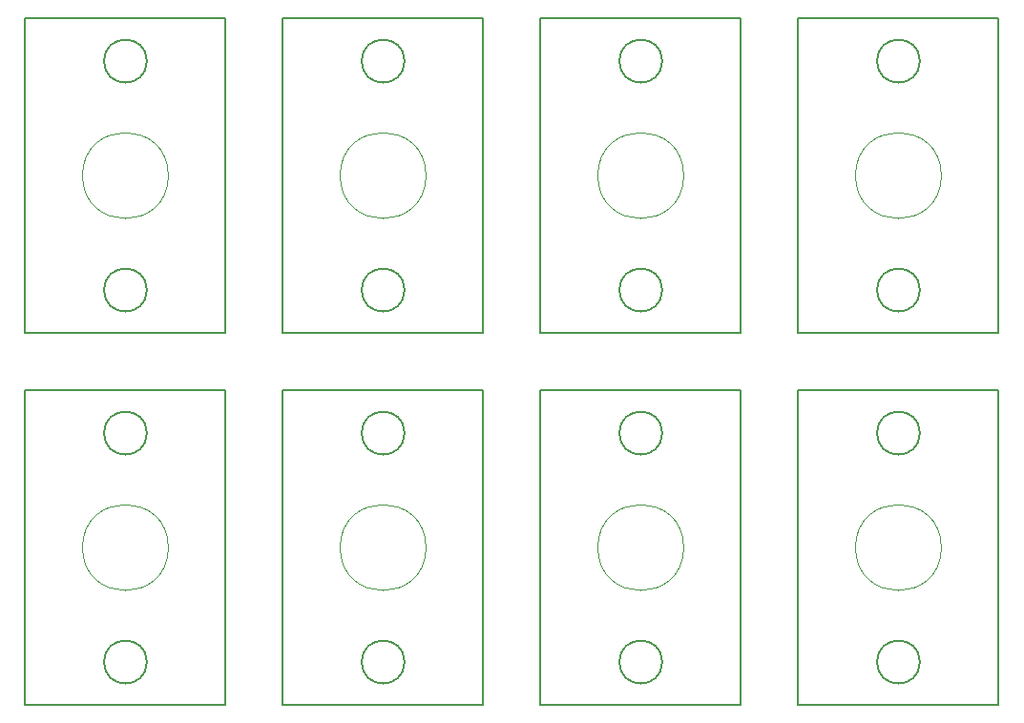
<source format=gbr>
%TF.GenerationSoftware,KiCad,Pcbnew,(5.1.10)-1*%
%TF.CreationDate,2021-09-06T20:35:07+10:00*%
%TF.ProjectId,pannel,70616e6e-656c-42e6-9b69-6361645f7063,rev?*%
%TF.SameCoordinates,Original*%
%TF.FileFunction,Legend,Top*%
%TF.FilePolarity,Positive*%
%FSLAX46Y46*%
G04 Gerber Fmt 4.6, Leading zero omitted, Abs format (unit mm)*
G04 Created by KiCad (PCBNEW (5.1.10)-1) date 2021-09-06 20:35:07*
%MOMM*%
%LPD*%
G01*
G04 APERTURE LIST*
%ADD10C,0.150000*%
%ADD11C,0.120000*%
G04 APERTURE END LIST*
D10*
X118745000Y-107950000D02*
G75*
G03*
X118745000Y-107950000I-1905000J0D01*
G01*
X118745000Y-87630000D02*
G75*
G03*
X118745000Y-87630000I-1905000J0D01*
G01*
X141605000Y-87630000D02*
G75*
G03*
X141605000Y-87630000I-1905000J0D01*
G01*
X141605000Y-107950000D02*
G75*
G03*
X141605000Y-107950000I-1905000J0D01*
G01*
X164465000Y-107950000D02*
G75*
G03*
X164465000Y-107950000I-1905000J0D01*
G01*
X164465000Y-87630000D02*
G75*
G03*
X164465000Y-87630000I-1905000J0D01*
G01*
X187325000Y-87630000D02*
G75*
G03*
X187325000Y-87630000I-1905000J0D01*
G01*
X187325000Y-107950000D02*
G75*
G03*
X187325000Y-107950000I-1905000J0D01*
G01*
X187325000Y-140970000D02*
G75*
G03*
X187325000Y-140970000I-1905000J0D01*
G01*
X187325000Y-120650000D02*
G75*
G03*
X187325000Y-120650000I-1905000J0D01*
G01*
X164465000Y-120650000D02*
G75*
G03*
X164465000Y-120650000I-1905000J0D01*
G01*
X164465000Y-140970000D02*
G75*
G03*
X164465000Y-140970000I-1905000J0D01*
G01*
X141605000Y-140970000D02*
G75*
G03*
X141605000Y-140970000I-1905000J0D01*
G01*
X141605000Y-120650000D02*
G75*
G03*
X141605000Y-120650000I-1905000J0D01*
G01*
X118745000Y-140970000D02*
G75*
G03*
X118745000Y-140970000I-1905000J0D01*
G01*
X118745000Y-120650000D02*
G75*
G03*
X118745000Y-120650000I-1905000J0D01*
G01*
X148590000Y-83820000D02*
X148590000Y-111760000D01*
X148590000Y-111760000D02*
X130810000Y-111760000D01*
X130810000Y-83820000D02*
X148590000Y-83820000D01*
X130810000Y-111760000D02*
X130810000Y-83820000D01*
X125730000Y-111760000D02*
X107950000Y-111760000D01*
X125730000Y-83820000D02*
X125730000Y-111760000D01*
X107950000Y-83820000D02*
X125730000Y-83820000D01*
X107950000Y-111760000D02*
X107950000Y-83820000D01*
X176530000Y-111760000D02*
X176530000Y-83820000D01*
X194310000Y-111760000D02*
X176530000Y-111760000D01*
X176530000Y-83820000D02*
X194310000Y-83820000D01*
X194310000Y-83820000D02*
X194310000Y-111760000D01*
X171450000Y-111760000D02*
X153670000Y-111760000D01*
X153670000Y-111760000D02*
X153670000Y-83820000D01*
X153670000Y-83820000D02*
X171450000Y-83820000D01*
X171450000Y-83820000D02*
X171450000Y-111760000D01*
X194310000Y-116840000D02*
X194310000Y-144780000D01*
X194310000Y-144780000D02*
X176530000Y-144780000D01*
X176530000Y-116840000D02*
X194310000Y-116840000D01*
X176530000Y-144780000D02*
X176530000Y-116840000D01*
X171450000Y-116840000D02*
X171450000Y-144780000D01*
X171450000Y-144780000D02*
X153670000Y-144780000D01*
X153670000Y-116840000D02*
X171450000Y-116840000D01*
X153670000Y-144780000D02*
X153670000Y-116840000D01*
X148590000Y-144780000D02*
X130810000Y-144780000D01*
X148590000Y-116840000D02*
X148590000Y-144780000D01*
X130810000Y-116840000D02*
X148590000Y-116840000D01*
X130810000Y-144780000D02*
X130810000Y-116840000D01*
X125730000Y-144780000D02*
X107950000Y-144780000D01*
X125730000Y-116840000D02*
X125730000Y-144780000D01*
X107950000Y-144780000D02*
X107950000Y-116840000D01*
X107950000Y-116840000D02*
X125730000Y-116840000D01*
D11*
%TO.C,REF\u002A\u002A*%
X189230000Y-130810000D02*
G75*
G03*
X189230000Y-130810000I-3810000J0D01*
G01*
X166370000Y-130810000D02*
G75*
G03*
X166370000Y-130810000I-3810000J0D01*
G01*
X143510000Y-130810000D02*
G75*
G03*
X143510000Y-130810000I-3810000J0D01*
G01*
X189230000Y-97790000D02*
G75*
G03*
X189230000Y-97790000I-3810000J0D01*
G01*
X166370000Y-97790000D02*
G75*
G03*
X166370000Y-97790000I-3810000J0D01*
G01*
X143510000Y-97790000D02*
G75*
G03*
X143510000Y-97790000I-3810000J0D01*
G01*
X120650000Y-97790000D02*
G75*
G03*
X120650000Y-97790000I-3810000J0D01*
G01*
X120650000Y-130810000D02*
G75*
G03*
X120650000Y-130810000I-3810000J0D01*
G01*
%TD*%
M02*

</source>
